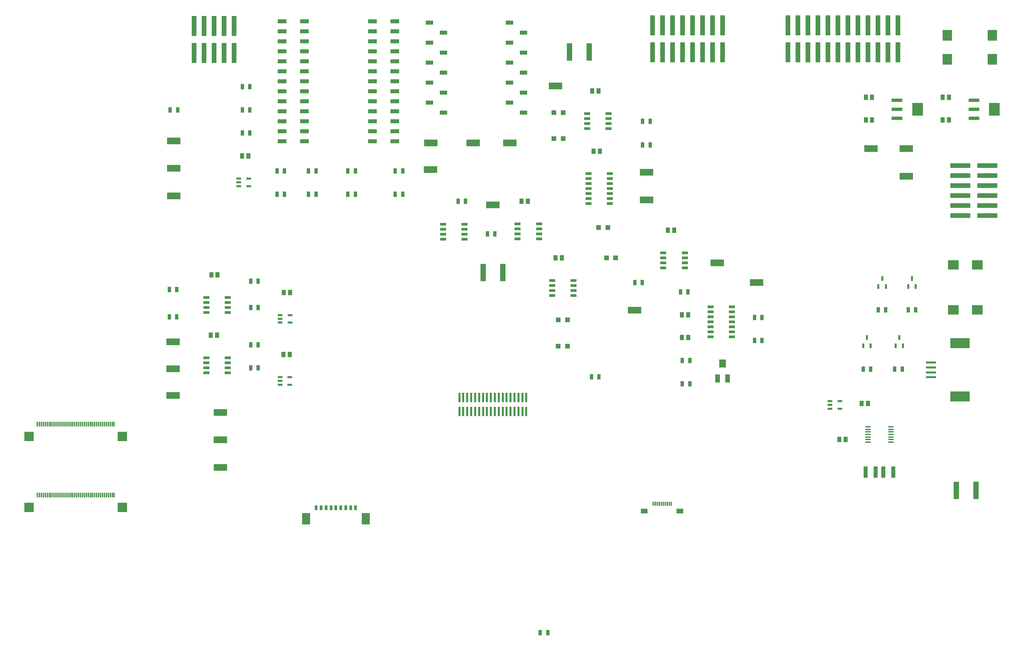
<source format=gbr>
G04 GENERATED BY PULSONIX 11.0 GERBER.DLL 8466*
G04 #@! TF.GenerationSoftware,Pulsonix,Pulsonix,11.0.8467*
G04 #@! TF.CreationDate,2021-12-19T21:00:55+00:00*
G04 #@! TF.Part,Single*
%FSLAX24Y24*%
%LPD*%
%MOIN*%
G04 #@! TF.FileFunction,Paste,Top*
G04 #@! TF.FilePolarity,Positive*
G04 #@! TA.AperFunction,SMDPad,CuDef*
%ADD98R,0.0591X0.0256*%
%ADD99R,0.0984X0.0236*%
%ADD100R,0.1969X0.0984*%
%ADD101R,0.0315X0.0512*%
%ADD102R,0.0827X0.1181*%
G04 #@! TA.AperFunction,TestPad*
%ADD103R,0.1350X0.0701*%
G04 #@! TA.AperFunction,SMDPad,CuDef*
%ADD104R,0.0472X0.0236*%
%ADD105R,0.0500X0.2000*%
%ADD106R,0.0551X0.1772*%
%ADD107R,0.2000X0.0500*%
%ADD108R,0.0610X0.0276*%
%ADD109R,0.1102X0.0965*%
%ADD110R,0.0965X0.1102*%
%ADD111R,0.0750X0.0402*%
%ADD112R,0.0874X0.0402*%
%ADD113R,0.0374X0.0551*%
%ADD114R,0.0581X0.0177*%
%ADD115R,0.0402X0.0579*%
%ADD116R,0.0118X0.0394*%
%ADD117R,0.0650X0.0512*%
%ADD118R,0.0512X0.0787*%
%ADD119R,0.0709X0.0787*%
%ADD120R,0.0236X0.0492*%
%ADD121R,0.0236X0.0512*%
%ADD122R,0.0220X0.0949*%
%ADD123R,0.0441X0.1134*%
%ADD124R,0.0453X0.0453*%
%ADD125R,0.0118X0.0472*%
%ADD126R,0.0945X0.0945*%
%ADD127R,0.1083X0.0374*%
%ADD128R,0.1083X0.1280*%
G04 #@! TD.AperFunction*
X0Y0D02*
D02*
D98*
X63110Y53166D03*
Y53666D03*
Y54166D03*
Y54666D03*
Y55166D03*
Y55666D03*
Y56166D03*
X65236Y53166D03*
Y53666D03*
Y54166D03*
Y54666D03*
Y55166D03*
Y55666D03*
Y56166D03*
X75315Y39839D03*
Y40339D03*
Y40839D03*
Y41339D03*
Y41839D03*
Y42339D03*
Y42839D03*
X77441Y39839D03*
Y40339D03*
Y40839D03*
Y41339D03*
Y41839D03*
Y42339D03*
Y42839D03*
D02*
D99*
X97335Y35797D03*
Y36290D03*
Y36782D03*
Y37274D03*
D02*
D100*
X100236Y33878D03*
Y39193D03*
D02*
D101*
X35886Y22736D03*
X36378D03*
X36870D03*
X37362D03*
X37855D03*
X38347D03*
X38839D03*
X39331D03*
X39823D03*
D02*
D102*
X34882Y21654D03*
X40827D03*
D02*
D103*
X21575Y33977D03*
Y36654D03*
Y39331D03*
X21654Y53937D03*
Y56693D03*
Y59449D03*
X26299Y26772D03*
Y29528D03*
Y32284D03*
X47323Y56575D03*
X47343Y59252D03*
X51575D03*
X53544Y53051D03*
X55236Y59252D03*
X59823Y64941D03*
X67717Y42520D03*
X68898Y53544D03*
Y56299D03*
X75984Y47244D03*
X79921Y45276D03*
X91339Y58662D03*
X94882Y55906D03*
Y58662D03*
D02*
D104*
X28150Y54921D03*
Y55295D03*
Y55669D03*
X29134Y54921D03*
Y55669D03*
X32264Y35059D03*
Y35433D03*
Y35807D03*
X32284Y41260D03*
Y41634D03*
Y42008D03*
X33248Y35059D03*
Y35807D03*
X33268Y41260D03*
Y42008D03*
X87244Y32658D03*
Y33032D03*
Y33406D03*
X88229Y32658D03*
Y33406D03*
D02*
D105*
X23689Y68236D03*
Y70937D03*
X24689Y68236D03*
Y70937D03*
X25689Y68236D03*
Y70937D03*
X26689Y68236D03*
Y70937D03*
X27689Y68236D03*
Y70937D03*
X69512Y68295D03*
Y70996D03*
X70512Y68295D03*
Y70996D03*
X71512Y68295D03*
Y70996D03*
X72512Y68295D03*
Y70996D03*
X73512Y68295D03*
Y70996D03*
X74512Y68295D03*
Y70996D03*
X75512Y68295D03*
Y70996D03*
X76512Y68295D03*
Y70996D03*
X83044Y68295D03*
Y70996D03*
X84044Y68295D03*
Y70996D03*
X85044Y68295D03*
Y70996D03*
X86044Y68295D03*
Y70996D03*
X87044Y68295D03*
Y70996D03*
X88044Y68295D03*
Y70996D03*
X89044Y68295D03*
Y70996D03*
X90044Y68295D03*
Y70996D03*
X91044Y68295D03*
Y70996D03*
X92044Y68295D03*
Y70996D03*
X93044Y68295D03*
Y70996D03*
X94044Y68295D03*
Y70996D03*
D02*
D106*
X52559Y46280D03*
X54528D03*
X61221Y68347D03*
X63189D03*
X99862Y24469D03*
X101831D03*
D02*
D107*
X100284Y51969D03*
Y52969D03*
Y53969D03*
Y54969D03*
Y55969D03*
Y56969D03*
X102984Y51969D03*
Y52969D03*
Y53969D03*
Y54969D03*
Y55969D03*
Y56969D03*
D02*
D108*
X24912Y36258D03*
Y36758D03*
Y37258D03*
Y37758D03*
Y42282D03*
Y42782D03*
Y43282D03*
Y43782D03*
X27057Y36258D03*
Y36758D03*
Y37258D03*
Y37758D03*
Y42282D03*
Y42782D03*
Y43282D03*
Y43782D03*
X48573Y49624D03*
Y50124D03*
Y50624D03*
Y51124D03*
X50719Y49624D03*
Y50124D03*
Y50624D03*
Y51124D03*
X56014Y49644D03*
Y50144D03*
Y50644D03*
Y51144D03*
X58160Y49644D03*
Y50144D03*
Y50644D03*
Y51144D03*
X59459Y43975D03*
Y44475D03*
Y44975D03*
Y45475D03*
X61605Y43975D03*
Y44475D03*
Y44975D03*
Y45475D03*
X62963Y60668D03*
Y61168D03*
Y61668D03*
Y62168D03*
X65108Y60668D03*
Y61168D03*
Y61668D03*
Y62168D03*
X70581Y46750D03*
Y47250D03*
Y47750D03*
Y48250D03*
X72727Y46750D03*
Y47250D03*
Y47750D03*
Y48250D03*
D02*
D109*
X99567Y42530D03*
Y47038D03*
X101969Y42530D03*
Y47038D03*
D02*
D110*
X98967Y67599D03*
Y70000D03*
X103475Y67599D03*
Y70000D03*
D02*
D111*
X47214Y71272D03*
X47215Y63272D03*
Y65272D03*
Y67272D03*
Y69272D03*
X48612Y62272D03*
Y64272D03*
Y66272D03*
Y68272D03*
X48613Y70272D03*
X55206Y71272D03*
X55207Y63272D03*
Y65272D03*
Y67272D03*
Y69272D03*
X56605Y62272D03*
Y64272D03*
Y66272D03*
Y68272D03*
X56605Y70272D03*
D02*
D112*
X32490Y59394D03*
Y60394D03*
Y61394D03*
Y62394D03*
Y63394D03*
Y64394D03*
Y65394D03*
Y66394D03*
Y67394D03*
Y68394D03*
Y69394D03*
Y70394D03*
Y71394D03*
X34715Y59394D03*
Y60394D03*
Y61394D03*
Y62394D03*
Y63394D03*
Y64394D03*
Y65394D03*
Y66394D03*
Y67394D03*
Y68394D03*
Y69394D03*
Y70394D03*
Y71394D03*
X41506Y59394D03*
Y60394D03*
Y61394D03*
Y62394D03*
Y63394D03*
Y64394D03*
Y65394D03*
Y66394D03*
Y67394D03*
Y68394D03*
Y69394D03*
Y70394D03*
Y71394D03*
X43731Y59394D03*
Y60394D03*
Y61394D03*
Y62394D03*
Y63394D03*
Y64394D03*
Y65394D03*
Y66394D03*
Y67394D03*
Y68394D03*
Y69394D03*
Y70394D03*
Y71394D03*
D02*
D113*
X21201Y41831D03*
Y44567D03*
X21280Y62540D03*
X21949Y41831D03*
Y44567D03*
X22028Y62540D03*
X28504Y60236D03*
Y62559D03*
Y64882D03*
X29252Y60236D03*
Y62559D03*
Y64882D03*
X29331Y36732D03*
Y39055D03*
Y42776D03*
Y45394D03*
X30079Y36732D03*
Y39055D03*
Y42776D03*
Y45394D03*
X31969Y54095D03*
Y56457D03*
X32717Y54095D03*
Y56457D03*
X35118Y54095D03*
Y56457D03*
X35866Y54095D03*
Y56457D03*
X39055Y54095D03*
Y56457D03*
X39803Y54095D03*
Y56457D03*
X43780Y54095D03*
Y56457D03*
X44528Y54095D03*
Y56457D03*
X50059Y53406D03*
X50807D03*
X52992Y50138D03*
X53740D03*
X58288Y10236D03*
X59036D03*
X63406Y35827D03*
X64154D03*
X67736Y45276D03*
X68484D03*
X68524Y59055D03*
Y61418D03*
X69272Y59055D03*
Y61418D03*
X72303Y44351D03*
X72481Y35138D03*
Y37461D03*
X73051Y44351D03*
X73229Y35138D03*
Y37461D03*
X79705Y39469D03*
Y41792D03*
X80453Y39469D03*
Y41792D03*
X90571Y36614D03*
X91319D03*
X92067Y42559D03*
X92815D03*
X93721Y36614D03*
X94469D03*
X95059Y42559D03*
X95807D03*
D02*
D114*
X91029Y29311D03*
Y29567D03*
Y29823D03*
Y30079D03*
Y30335D03*
Y30591D03*
Y30847D03*
X93342Y29311D03*
Y29567D03*
Y29823D03*
Y30079D03*
Y30335D03*
Y30591D03*
Y30847D03*
D02*
D115*
X25355Y40020D03*
X25394Y46044D03*
X25984Y40020D03*
X26024Y46044D03*
X28484Y57933D03*
X29114D03*
X32618Y38071D03*
X32638Y44272D03*
X33248Y38071D03*
X33268Y44272D03*
X56418Y53406D03*
X57047D03*
X59823Y47736D03*
X60453D03*
X63465Y64429D03*
X63622Y58406D03*
X64095Y64429D03*
X64252Y58406D03*
X71044Y50512D03*
X71673D03*
X72441Y39764D03*
Y42047D03*
X73071Y39764D03*
Y42047D03*
X88169Y29567D03*
X88799D03*
X90414Y33169D03*
X90827Y61536D03*
Y63819D03*
X91044Y33169D03*
X91457Y61536D03*
Y63819D03*
X98504Y61536D03*
Y63819D03*
X99134Y61536D03*
Y63819D03*
D02*
D116*
X69587Y23150D03*
X69784D03*
X69981D03*
X70177D03*
X70374D03*
X70571D03*
X70768D03*
X70965D03*
X71162D03*
X71358D03*
D02*
D117*
X68691Y22402D03*
X72254D03*
D02*
D118*
X76016Y35669D03*
X77016D03*
D02*
D119*
X76516Y37166D03*
D02*
D120*
X90569Y38957D03*
X90945Y39784D03*
X91321Y38957D03*
X92085Y44862D03*
X92461Y45689D03*
X92837Y44862D03*
D02*
D121*
X93799Y38957D03*
X94173Y39784D03*
X94547Y38957D03*
X95059Y44862D03*
X95433Y45689D03*
X95807Y44862D03*
D02*
D122*
X50197Y32390D03*
Y33792D03*
X50591Y32390D03*
Y33792D03*
X50984Y32390D03*
Y33792D03*
X51378Y32390D03*
Y33792D03*
X51772Y32390D03*
Y33792D03*
X52166Y32390D03*
Y33792D03*
X52559Y32390D03*
Y33792D03*
X52953Y32390D03*
Y33792D03*
X53347Y32390D03*
Y33792D03*
X53740Y32390D03*
Y33792D03*
X54134Y32390D03*
Y33792D03*
X54528Y32390D03*
Y33792D03*
X54921Y32390D03*
Y33792D03*
X55315Y32390D03*
Y33792D03*
X55709Y32390D03*
Y33792D03*
X56103Y32390D03*
Y33792D03*
X56496Y32390D03*
Y33792D03*
X56890Y32390D03*
Y33792D03*
D02*
D123*
X90807Y26323D03*
X91792D03*
X92579D03*
X93563D03*
D02*
D124*
X59636Y59666D03*
Y62284D03*
X60069Y38918D03*
Y41536D03*
X60561Y59666D03*
Y62284D03*
X60994Y38918D03*
Y41536D03*
X64105Y50768D03*
X64892Y47756D03*
X65030Y50768D03*
X65817Y47756D03*
D02*
D125*
X8012Y24006D03*
Y31093D03*
X8209Y24006D03*
Y31093D03*
X8406Y24006D03*
Y31093D03*
X8603Y24006D03*
Y31093D03*
X8799Y24006D03*
Y31093D03*
X8996Y24006D03*
Y31093D03*
X9193Y24006D03*
Y31093D03*
X9390Y24006D03*
Y31093D03*
X9587Y24006D03*
Y31093D03*
X9784Y24006D03*
Y31093D03*
X9981Y24006D03*
Y31093D03*
X10177Y24006D03*
Y31093D03*
X10374Y24006D03*
Y31093D03*
X10571Y24006D03*
Y31093D03*
X10768Y24006D03*
Y31093D03*
X10965Y24006D03*
Y31093D03*
X11162Y24006D03*
Y31093D03*
X11358Y24006D03*
Y31093D03*
X11555Y24006D03*
Y31093D03*
X11752Y24006D03*
Y31093D03*
X11949Y24006D03*
Y31093D03*
X12146Y24006D03*
Y31093D03*
X12343Y24006D03*
Y31093D03*
X12540Y24006D03*
Y31093D03*
X12736Y24006D03*
Y31093D03*
X12933Y24006D03*
Y31093D03*
X13130Y24006D03*
Y31093D03*
X13327Y24006D03*
Y31093D03*
X13524Y24006D03*
Y31093D03*
X13721Y24006D03*
Y31093D03*
X13918Y24006D03*
Y31093D03*
X14114Y24006D03*
Y31093D03*
X14311Y24006D03*
Y31093D03*
X14508Y24006D03*
Y31093D03*
X14705Y24006D03*
Y31093D03*
X14902Y24006D03*
Y31093D03*
X15099Y24006D03*
Y31093D03*
X15295Y24006D03*
Y31093D03*
X15492Y24006D03*
Y31093D03*
X15689Y24006D03*
Y31093D03*
D02*
D126*
X7185Y22786D03*
Y29872D03*
X16516Y22786D03*
Y29872D03*
D02*
D127*
X93957Y61693D03*
Y62599D03*
Y63504D03*
X101634Y61693D03*
Y62599D03*
Y63504D03*
D02*
D128*
X96004Y62599D03*
X103681D03*
X0Y0D02*
M02*

</source>
